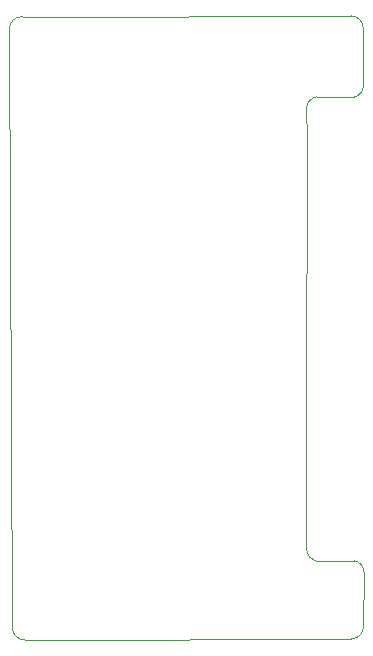
<source format=gm1>
%TF.GenerationSoftware,KiCad,Pcbnew,7.0.5*%
%TF.CreationDate,2023-06-26T08:29:16+05:30*%
%TF.ProjectId,Power supply pcb,506f7765-7220-4737-9570-706c79207063,rev?*%
%TF.SameCoordinates,Original*%
%TF.FileFunction,Profile,NP*%
%FSLAX46Y46*%
G04 Gerber Fmt 4.6, Leading zero omitted, Abs format (unit mm)*
G04 Created by KiCad (PCBNEW 7.0.5) date 2023-06-26 08:29:16*
%MOMM*%
%LPD*%
G01*
G04 APERTURE LIST*
%TA.AperFunction,Profile*%
%ADD10C,0.100000*%
%TD*%
G04 APERTURE END LIST*
D10*
X125476000Y-68834000D02*
X97637127Y-68889527D01*
X96520000Y-69926200D02*
X96774000Y-120751600D01*
X125652786Y-75703190D02*
G75*
G03*
X126492000Y-74650600I-176786J1001790D01*
G01*
X125476000Y-121564400D02*
G75*
G03*
X126492000Y-120548400I0J1016000D01*
G01*
X121666000Y-114020600D02*
X121666000Y-102387400D01*
X126492000Y-120548400D02*
X126542800Y-115976400D01*
X126464938Y-69786604D02*
G75*
G03*
X125476000Y-68834000I-1014338J-63396D01*
G01*
X122566601Y-75672856D02*
X125652786Y-75703190D01*
X125681338Y-114946501D02*
X122521432Y-114998753D01*
X122566601Y-75672856D02*
G75*
G03*
X121666000Y-76708000I115399J-1009744D01*
G01*
X121666000Y-102387400D02*
X121691400Y-79044800D01*
X126542799Y-115976400D02*
G75*
G03*
X125681338Y-114946502I-1015999J25400D01*
G01*
X126492000Y-74650600D02*
X126464938Y-69786604D01*
X96774002Y-120751600D02*
G75*
G03*
X97815590Y-121648185I1015998J127000D01*
G01*
X121691400Y-79044800D02*
X121666000Y-76708000D01*
X97815392Y-121640283D02*
X125476000Y-121564400D01*
X97637127Y-68889527D02*
G75*
G03*
X96520000Y-69926200I-101127J-1011273D01*
G01*
X121666000Y-114020600D02*
G75*
G03*
X122521432Y-114998753I1016000J25400D01*
G01*
M02*

</source>
